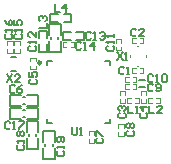
<source format=gto>
G04*
G04 #@! TF.GenerationSoftware,Altium Limited,Altium Designer,19.0.15 (446)*
G04*
G04 Layer_Color=65535*
%FSLAX24Y24*%
%MOIN*%
G70*
G01*
G75*
%ADD10C,0.0098*%
%ADD11C,0.0060*%
%ADD12C,0.0049*%
%ADD13C,0.0079*%
%ADD14C,0.0059*%
%ADD15C,0.0050*%
D10*
X-1250Y984D02*
G03*
X-1250Y984I-49J0D01*
G01*
D11*
X2010Y415D02*
X2220D01*
X2010Y185D02*
X2220D01*
X-522Y1738D02*
Y2014D01*
X187Y1738D02*
Y2014D01*
X-69Y1738D02*
X187D01*
X-522D02*
X-266D01*
X-69Y2014D02*
X187D01*
X-522D02*
X-266D01*
X-945Y2618D02*
X-689D01*
X-492D02*
X-236D01*
X-945Y2343D02*
X-689D01*
X-492D02*
X-236D01*
Y2618D01*
X-945Y2343D02*
Y2618D01*
X-984Y2274D02*
X-591D01*
X-984Y1348D02*
X-591D01*
Y1909D02*
Y2274D01*
Y1348D02*
Y1713D01*
X-984Y1909D02*
Y2274D01*
Y1348D02*
Y1713D01*
X-2274Y-79D02*
X-1909D01*
X-1713D02*
X-1348D01*
X-2274Y-472D02*
X-1909D01*
X-1713D02*
X-1348D01*
Y-79D01*
X-2274Y-472D02*
Y-79D01*
X-1043Y1791D02*
Y2047D01*
Y1339D02*
Y1594D01*
X-1319Y1791D02*
Y2047D01*
Y1339D02*
Y1594D01*
Y1339D02*
X-1043D01*
X-1319Y2047D02*
X-1043D01*
X-2274Y-512D02*
X-1909D01*
X-1713D02*
X-1348D01*
X-2274Y-906D02*
X-1909D01*
X-1713D02*
X-1348D01*
Y-512D01*
X-2274Y-906D02*
Y-512D01*
X-1732Y-1880D02*
Y-1516D01*
Y-1319D02*
Y-955D01*
X-1339Y-1880D02*
Y-1516D01*
Y-1319D02*
Y-955D01*
X-1732D02*
X-1339D01*
X-1732Y-1880D02*
X-1339D01*
X-1181Y-2234D02*
Y-1870D01*
Y-1673D02*
Y-1309D01*
X-787Y-2234D02*
Y-1870D01*
Y-1673D02*
Y-1309D01*
X-1181D02*
X-787D01*
X-1181Y-2234D02*
X-787D01*
D12*
X1547Y98D02*
Y272D01*
X1933Y98D02*
Y272D01*
X1809Y98D02*
X1933D01*
X1547D02*
X1671D01*
X1809Y272D02*
X1933D01*
X1547D02*
X1671D01*
X1809Y328D02*
X1933D01*
X1547D02*
X1671D01*
X1809Y502D02*
X1933D01*
X1547D02*
X1671D01*
X1547Y328D02*
Y502D01*
X1933Y328D02*
X1933Y502D01*
X1425Y1778D02*
X1425Y1654D01*
Y1392D02*
Y1516D01*
X1252Y1654D02*
Y1778D01*
Y1392D02*
Y1516D01*
Y1392D02*
X1425D01*
X1252Y1778D02*
X1425D01*
X1777Y802D02*
X1901D01*
X2039D02*
X2163D01*
X1777Y628D02*
X1901D01*
X2039D02*
X2163D01*
Y802D01*
X1777Y628D02*
Y802D01*
X1962Y859D02*
X1978Y859D01*
X1702Y1166D02*
Y1244D01*
X1962Y1551D02*
X1978D01*
X2238Y1166D02*
X2238Y1244D01*
X2039Y1628D02*
X2163Y1628D01*
X1777D02*
X1901Y1628D01*
X2039Y1802D02*
X2163Y1802D01*
X1777Y1802D02*
X1901D01*
X1777Y1628D02*
Y1802D01*
X2163Y1628D02*
Y1802D01*
X-142Y1514D02*
Y1687D01*
X-528Y1514D02*
Y1687D01*
X-404D01*
X-266D02*
X-142D01*
X-528Y1514D02*
X-404D01*
X-266D02*
X-142D01*
X2713Y-362D02*
Y-189D01*
X2327Y-362D02*
Y-189D01*
X2451D01*
X2589D02*
X2713D01*
X2327Y-362D02*
X2451D01*
X2589D02*
X2713D01*
X337Y-1689D02*
Y-1565D01*
Y-1427D02*
Y-1303D01*
X510Y-1689D02*
Y-1565D01*
Y-1427D02*
Y-1303D01*
X337D02*
X510D01*
X337Y-1689D02*
X510D01*
X1331Y-1453D02*
Y-1329D01*
Y-1191D02*
Y-1067D01*
X1504Y-1453D02*
Y-1329D01*
Y-1191D02*
Y-1067D01*
X1331D02*
X1504D01*
X1331Y-1453D02*
X1504D01*
X-1429Y1024D02*
Y1148D01*
Y762D02*
Y886D01*
X-1602Y1024D02*
Y1148D01*
Y762D02*
Y886D01*
Y762D02*
X-1429D01*
X-1602Y1148D02*
X-1429D01*
X1370Y-350D02*
Y-226D01*
Y-89D02*
Y35D01*
X1543Y-350D02*
Y-226D01*
Y-89D02*
Y35D01*
X1370D02*
X1543D01*
X1370Y-350D02*
X1543D01*
X2004Y-362D02*
Y-189D01*
X1618Y-362D02*
Y-189D01*
X1742D01*
X1880D02*
X2004D01*
X1618Y-362D02*
X1742D01*
X1880D02*
X2004D01*
X-2197Y1565D02*
Y1689D01*
Y1303D02*
Y1427D01*
X-2370Y1565D02*
Y1689D01*
Y1303D02*
Y1427D01*
Y1303D02*
X-2197D01*
X-2370Y1689D02*
X-2197D01*
X-1961Y1565D02*
Y1689D01*
Y1303D02*
Y1427D01*
X-2134Y1565D02*
Y1689D01*
Y1303D02*
Y1427D01*
Y1303D02*
X-1961D01*
X-2134Y1689D02*
X-1961D01*
X2079Y-350D02*
Y-226D01*
Y-89D02*
Y35D01*
X2252Y-350D02*
Y-226D01*
Y-89D02*
Y35D01*
X2079D02*
X2252D01*
X2079Y-350D02*
X2252D01*
D13*
X-669Y1772D02*
Y1850D01*
X-906Y1772D02*
Y1850D01*
X-2260Y709D02*
X-2071D01*
X-2260Y1181D02*
X-2071D01*
X-1850Y-157D02*
X-1772D01*
X-1850Y-394D02*
X-1772D01*
X-1850Y-591D02*
X-1772D01*
X-1850Y-827D02*
X-1772D01*
X-1654Y-1457D02*
Y-1378D01*
X-1417Y-1457D02*
Y-1378D01*
X-1102Y-1811D02*
Y-1732D01*
X-866Y-1811D02*
Y-1732D01*
D14*
X-1043Y-1043D02*
X-896D01*
X-1043D02*
Y-896D01*
X896Y-1043D02*
X1043D01*
Y-896D01*
Y896D02*
Y1043D01*
X896D02*
X1043D01*
X-1043D02*
X-896D01*
X-1043Y896D02*
Y1043D01*
D15*
X973Y1554D02*
X931Y1513D01*
Y1429D01*
X973Y1388D01*
X1139D01*
X1181Y1429D01*
Y1513D01*
X1139Y1554D01*
X1181Y1638D02*
Y1721D01*
Y1679D01*
X931D01*
X973Y1638D01*
X1181Y1846D02*
Y1929D01*
Y1888D01*
X931D01*
X973Y1846D01*
X2487Y548D02*
X2445Y590D01*
X2362D01*
X2320Y548D01*
Y382D01*
X2362Y340D01*
X2445D01*
X2487Y382D01*
X2570Y340D02*
X2653D01*
X2612D01*
Y590D01*
X2570Y548D01*
X2778D02*
X2820Y590D01*
X2903D01*
X2945Y548D01*
Y382D01*
X2903Y340D01*
X2820D01*
X2778Y382D01*
Y548D01*
X1527Y798D02*
X1485Y840D01*
X1402D01*
X1360Y798D01*
Y632D01*
X1402Y590D01*
X1485D01*
X1527Y632D01*
X1610Y590D02*
X1693D01*
X1652D01*
Y840D01*
X1610Y798D01*
X1300Y1330D02*
X1467Y1080D01*
Y1330D02*
X1300Y1080D01*
X1550D02*
X1633D01*
X1592D01*
Y1330D01*
X1550Y1288D01*
X1927Y2078D02*
X1885Y2120D01*
X1802D01*
X1760Y2078D01*
Y1912D01*
X1802Y1870D01*
X1885D01*
X1927Y1912D01*
X2177Y1870D02*
X2010D01*
X2177Y2037D01*
Y2078D01*
X2135Y2120D01*
X2052D01*
X2010Y2078D01*
X2487Y238D02*
X2445Y280D01*
X2362D01*
X2320Y238D01*
Y72D01*
X2362Y30D01*
X2445D01*
X2487Y72D01*
X2570D02*
X2612Y30D01*
X2695D01*
X2737Y72D01*
Y238D01*
X2695Y280D01*
X2612D01*
X2570Y238D01*
Y197D01*
X2612Y155D01*
X2737D01*
X413Y1960D02*
X371Y2002D01*
X288D01*
X246Y1960D01*
Y1794D01*
X288Y1752D01*
X371D01*
X413Y1794D01*
X496Y1752D02*
X579D01*
X538D01*
Y2002D01*
X496Y1960D01*
X704D02*
X746Y2002D01*
X829D01*
X871Y1960D01*
Y1919D01*
X829Y1877D01*
X788D01*
X829D01*
X871Y1835D01*
Y1794D01*
X829Y1752D01*
X746D01*
X704Y1794D01*
X88Y1626D02*
X46Y1667D01*
X-37D01*
X-79Y1626D01*
Y1459D01*
X-37Y1417D01*
X46D01*
X88Y1459D01*
X171Y1417D02*
X254D01*
X213D01*
Y1667D01*
X171Y1626D01*
X504Y1417D02*
Y1667D01*
X379Y1542D01*
X546D01*
X2362Y-449D02*
Y-699D01*
X2529D01*
X2779D02*
X2612D01*
X2779Y-532D01*
Y-491D01*
X2737Y-449D01*
X2654D01*
X2612Y-491D01*
X-681Y-1959D02*
X-722Y-2001D01*
Y-2084D01*
X-681Y-2126D01*
X-514D01*
X-472Y-2084D01*
Y-2001D01*
X-514Y-1959D01*
X-472Y-1876D02*
Y-1793D01*
Y-1834D01*
X-722D01*
X-681Y-1876D01*
X-514Y-1668D02*
X-472Y-1626D01*
Y-1543D01*
X-514Y-1501D01*
X-681D01*
X-722Y-1543D01*
Y-1626D01*
X-681Y-1668D01*
X-639D01*
X-597Y-1626D01*
Y-1501D01*
X-2019Y-1763D02*
X-2061Y-1804D01*
Y-1887D01*
X-2019Y-1929D01*
X-1853D01*
X-1811Y-1887D01*
Y-1804D01*
X-1853Y-1763D01*
X-1811Y-1679D02*
Y-1596D01*
Y-1638D01*
X-2061D01*
X-2019Y-1679D01*
Y-1471D02*
X-2061Y-1429D01*
Y-1346D01*
X-2019Y-1304D01*
X-1978D01*
X-1936Y-1346D01*
X-1894Y-1304D01*
X-1853D01*
X-1811Y-1346D01*
Y-1429D01*
X-1853Y-1471D01*
X-1894D01*
X-1936Y-1429D01*
X-1978Y-1471D01*
X-2019D01*
X-1936Y-1429D02*
Y-1346D01*
X-2274Y-1012D02*
X-2316Y-971D01*
X-2399D01*
X-2441Y-1012D01*
Y-1179D01*
X-2399Y-1220D01*
X-2316D01*
X-2274Y-1179D01*
X-2191Y-1220D02*
X-2108D01*
X-2149D01*
Y-971D01*
X-2191Y-1012D01*
X-1983Y-971D02*
X-1816D01*
Y-1012D01*
X-1983Y-1179D01*
Y-1220D01*
X-1626Y1545D02*
X-1667Y1503D01*
Y1420D01*
X-1626Y1378D01*
X-1459D01*
X-1417Y1420D01*
Y1503D01*
X-1459Y1545D01*
X-1417Y1628D02*
Y1711D01*
Y1670D01*
X-1667D01*
X-1626Y1628D01*
X-1417Y2003D02*
Y1836D01*
X-1584Y2003D01*
X-1626D01*
X-1667Y1961D01*
Y1878D01*
X-1626Y1836D01*
X2075Y-700D02*
X2034Y-741D01*
Y-824D01*
X2075Y-866D01*
X2242D01*
X2283Y-824D01*
Y-741D01*
X2242Y-700D01*
X2283Y-491D02*
X2034D01*
X2159Y-616D01*
Y-450D01*
X-787Y2927D02*
Y2677D01*
X-621D01*
X-413D02*
Y2927D01*
X-537Y2802D01*
X-371D01*
X-1313Y2126D02*
X-1063D01*
Y2293D01*
X-1271Y2376D02*
X-1313Y2418D01*
Y2501D01*
X-1271Y2543D01*
X-1230D01*
X-1188Y2501D01*
Y2459D01*
Y2501D01*
X-1146Y2543D01*
X-1105D01*
X-1063Y2501D01*
Y2418D01*
X-1105Y2376D01*
X-1596Y423D02*
X-1638Y381D01*
Y298D01*
X-1596Y256D01*
X-1429D01*
X-1388Y298D01*
Y381D01*
X-1429Y423D01*
X-1638Y672D02*
Y506D01*
X-1513D01*
X-1554Y589D01*
Y631D01*
X-1513Y672D01*
X-1429D01*
X-1388Y631D01*
Y547D01*
X-1429Y506D01*
X619Y-1536D02*
X577Y-1578D01*
Y-1661D01*
X619Y-1703D01*
X785D01*
X827Y-1661D01*
Y-1578D01*
X785Y-1536D01*
X577Y-1453D02*
Y-1286D01*
X619D01*
X785Y-1453D01*
X827D01*
X1642Y-1290D02*
X1600Y-1332D01*
Y-1415D01*
X1642Y-1457D01*
X1809D01*
X1850Y-1415D01*
Y-1332D01*
X1809Y-1290D01*
X1642Y-1207D02*
X1600Y-1165D01*
Y-1082D01*
X1642Y-1040D01*
X1684D01*
X1725Y-1082D01*
X1767Y-1040D01*
X1809D01*
X1850Y-1082D01*
Y-1165D01*
X1809Y-1207D01*
X1767D01*
X1725Y-1165D01*
X1684Y-1207D01*
X1642D01*
X1725Y-1165D02*
Y-1082D01*
X-2117Y189D02*
X-2159Y230D01*
X-2242D01*
X-2283Y189D01*
Y22D01*
X-2242Y-20D01*
X-2159D01*
X-2117Y22D01*
X-1867Y230D02*
X-1950Y189D01*
X-2034Y105D01*
Y22D01*
X-1992Y-20D01*
X-1909D01*
X-1867Y22D01*
Y64D01*
X-1909Y105D01*
X-2034D01*
X-207Y-1177D02*
Y-1386D01*
X-165Y-1427D01*
X-82D01*
X-40Y-1386D01*
Y-1177D01*
X43Y-1427D02*
X127D01*
X85D01*
Y-1177D01*
X43Y-1219D01*
X-2382Y594D02*
X-2215Y344D01*
Y594D02*
X-2382Y344D01*
X-1965D02*
X-2132D01*
X-1965Y511D01*
Y553D01*
X-2007Y594D01*
X-2090D01*
X-2132Y553D01*
X-2413Y1938D02*
X-2455Y1897D01*
Y1813D01*
X-2413Y1772D01*
X-2246D01*
X-2205Y1813D01*
Y1897D01*
X-2246Y1938D01*
X-2205Y2022D02*
Y2105D01*
Y2063D01*
X-2455D01*
X-2413Y2022D01*
X-2455Y2396D02*
X-2413Y2313D01*
X-2330Y2230D01*
X-2246D01*
X-2205Y2271D01*
Y2355D01*
X-2246Y2396D01*
X-2288D01*
X-2330Y2355D01*
Y2230D01*
X-2098Y1938D02*
X-2140Y1897D01*
Y1813D01*
X-2098Y1772D01*
X-1931D01*
X-1890Y1813D01*
Y1897D01*
X-1931Y1938D01*
X-1890Y2022D02*
Y2105D01*
Y2063D01*
X-2140D01*
X-2098Y2022D01*
X-2140Y2396D02*
Y2230D01*
X-2015D01*
X-2056Y2313D01*
Y2355D01*
X-2015Y2396D01*
X-1931D01*
X-1890Y2355D01*
Y2271D01*
X-1931Y2230D01*
X1367Y-700D02*
X1325Y-741D01*
Y-824D01*
X1367Y-866D01*
X1533D01*
X1575Y-824D01*
Y-741D01*
X1533Y-700D01*
X1367Y-616D02*
X1325Y-575D01*
Y-491D01*
X1367Y-450D01*
X1408D01*
X1450Y-491D01*
Y-533D01*
Y-491D01*
X1491Y-450D01*
X1533D01*
X1575Y-491D01*
Y-575D01*
X1533Y-616D01*
X1654Y-459D02*
Y-709D01*
X1820D01*
X1903D02*
X1987D01*
X1945D01*
Y-459D01*
X1903Y-500D01*
M02*

</source>
